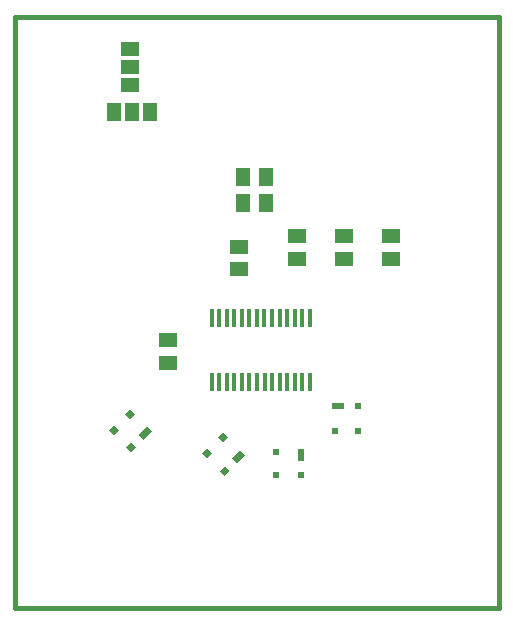
<source format=gbp>
G75*
%MOIN*%
%OFA0B0*%
%FSLAX24Y24*%
%IPPOS*%
%LPD*%
%AMOC8*
5,1,8,0,0,1.08239X$1,22.5*
%
%ADD10C,0.0160*%
%ADD11R,0.0138X0.0591*%
%ADD12R,0.0591X0.0512*%
%ADD13R,0.0512X0.0591*%
%ADD14R,0.0394X0.0236*%
%ADD15R,0.0236X0.0236*%
%ADD16R,0.0236X0.0394*%
%ADD17R,0.0236X0.0236*%
%ADD18R,0.0460X0.0630*%
%ADD19R,0.0630X0.0460*%
D10*
X002254Y004003D02*
X018396Y004003D01*
X018396Y023688D01*
X002254Y023688D01*
X002254Y004003D01*
D11*
X008820Y011524D03*
X009072Y011524D03*
X009324Y011524D03*
X009576Y011524D03*
X009828Y011524D03*
X010080Y011524D03*
X010332Y011524D03*
X010584Y011524D03*
X010836Y011524D03*
X011088Y011524D03*
X011340Y011524D03*
X011592Y011524D03*
X011844Y011524D03*
X012096Y011524D03*
X012096Y013650D03*
X011844Y013650D03*
X011592Y013650D03*
X011340Y013650D03*
X011088Y013650D03*
X010836Y013650D03*
X010576Y013650D03*
X010332Y013650D03*
X010080Y013650D03*
X009828Y013650D03*
X009576Y013650D03*
X009324Y013650D03*
X009072Y013650D03*
X008820Y013650D03*
D12*
X009734Y015282D03*
X009734Y016031D03*
X011663Y016385D03*
X011663Y015637D03*
X013238Y015637D03*
X013238Y016385D03*
X014813Y016385D03*
X014813Y015637D03*
X007372Y012920D03*
X007372Y012172D03*
D13*
X009872Y017507D03*
X009872Y018373D03*
X010620Y018373D03*
X010620Y017507D03*
D14*
X013022Y010716D03*
G36*
X009501Y008983D02*
X009778Y009260D01*
X009945Y009093D01*
X009668Y008816D01*
X009501Y008983D01*
G37*
G36*
X006391Y009770D02*
X006668Y010047D01*
X006835Y009880D01*
X006558Y009603D01*
X006391Y009770D01*
G37*
D15*
X010974Y009180D03*
X010974Y008432D03*
X011801Y008432D03*
X012943Y009889D03*
X013691Y009889D03*
X013691Y010716D03*
D16*
X011801Y009101D03*
D17*
G36*
X009084Y008564D02*
X009250Y008730D01*
X009416Y008564D01*
X009250Y008398D01*
X009084Y008564D01*
G37*
G36*
X008500Y009149D02*
X008666Y009315D01*
X008832Y009149D01*
X008666Y008983D01*
X008500Y009149D01*
G37*
G36*
X009028Y009678D02*
X009194Y009844D01*
X009360Y009678D01*
X009194Y009512D01*
X009028Y009678D01*
G37*
G36*
X005974Y009352D02*
X006140Y009518D01*
X006306Y009352D01*
X006140Y009186D01*
X005974Y009352D01*
G37*
G36*
X005389Y009936D02*
X005555Y010102D01*
X005721Y009936D01*
X005555Y009770D01*
X005389Y009936D01*
G37*
G36*
X005918Y010465D02*
X006084Y010631D01*
X006250Y010465D01*
X006084Y010299D01*
X005918Y010465D01*
G37*
D18*
X006151Y020538D03*
X005551Y020538D03*
X006751Y020538D03*
D19*
X006112Y021434D03*
X006112Y022034D03*
X006112Y022634D03*
M02*

</source>
